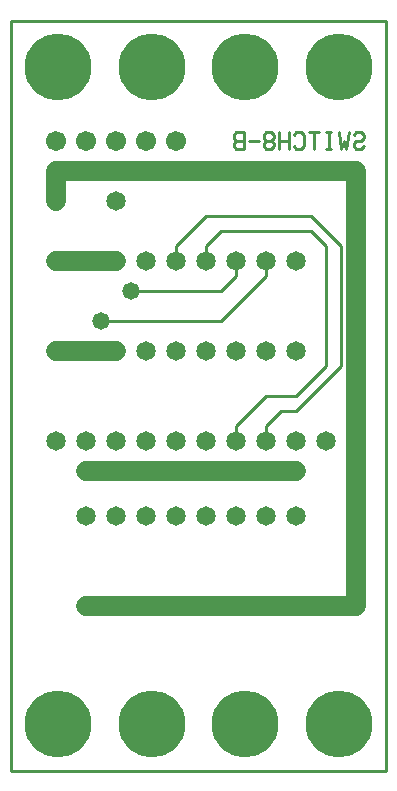
<source format=gbl>
%MOIN*%
%FSLAX25Y25*%
G04 D10 used for Character Trace; *
G04     Circle (OD=.01000) (No hole)*
G04 D11 used for Power Trace; *
G04     Circle (OD=.06700) (No hole)*
G04 D12 used for Signal Trace; *
G04     Circle (OD=.01100) (No hole)*
G04 D13 used for Via; *
G04     Circle (OD=.05800) (Round. Hole ID=.02800)*
G04 D14 used for Component hole; *
G04     Circle (OD=.06500) (Round. Hole ID=.03500)*
G04 D15 used for Component hole; *
G04     Circle (OD=.06700) (Round. Hole ID=.04300)*
G04 D16 used for Component hole; *
G04     Circle (OD=.08100) (Round. Hole ID=.05100)*
G04 D17 used for Component hole; *
G04     Circle (OD=.08900) (Round. Hole ID=.05900)*
G04 D18 used for Component hole; *
G04     Circle (OD=.11300) (Round. Hole ID=.08300)*
G04 D19 used for Component hole; *
G04     Circle (OD=.16000) (Round. Hole ID=.13000)*
G04 D20 used for Component hole; *
G04     Circle (OD=.18300) (Round. Hole ID=.15300)*
G04 D21 used for Component hole; *
G04     Circle (OD=.22291) (Round. Hole ID=.19291)*
%ADD10C,.01000*%
%ADD11C,.06700*%
%ADD12C,.01100*%
%ADD13C,.05800*%
%ADD14C,.06500*%
%ADD15C,.06700*%
%ADD16C,.08100*%
%ADD17C,.08900*%
%ADD18C,.11300*%
%ADD19C,.16000*%
%ADD20C,.18300*%
%ADD21C,.22291*%
%IPPOS*%
%LPD*%
G90*X0Y0D02*D21*X15625Y15625D03*X46875D03*D14*    
X55000Y55000D03*D11*X45000D01*D14*D03*D11*        
X35000D01*D14*D03*D11*X25000D01*D14*D03*          
X55000Y85000D03*X45000D03*X35000D03*D11*          
X55000Y55000D02*X65000D01*D14*D03*D11*X75000D01*  
D14*D03*D11*X85000D01*D14*D03*D11*X95000D01*D14*  
D03*D11*X115000D01*Y200000D01*X15000D01*          
Y190000D01*D14*D03*X35000Y170000D03*D11*X15000D01*
D13*D03*D14*X35000Y190000D03*D13*X30000Y150000D03*
D12*X70000D01*X85000Y165000D01*Y170000D01*D14*D03*
X95000D03*X75000D03*D12*Y165000D01*               
X70000Y160000D01*X40000D01*D13*D03*D14*           
X45000Y170000D03*D12*X55000D02*Y175000D01*D14*    
Y170000D03*D12*Y175000D02*X65000Y185000D01*       
X100000D01*X110000Y175000D01*Y135000D01*          
X95000Y120000D01*X90000D01*X85000Y115000D01*      
Y110000D01*D14*D03*X95000Y100000D03*D11*X85000D01*
D14*D03*D11*X75000D01*D14*D03*D11*X65000D01*D14*  
D03*D11*X55000D01*D14*D03*D11*X45000D01*D14*D03*  
D11*X35000D01*D14*D03*D11*X25000D01*D14*D03*      
X35000Y110000D03*X15000D03*X25000D03*Y85000D03*   
X45000Y110000D03*X55000D03*X65000Y140000D03*      
X55000D03*X45000D03*X65000Y85000D03*              
X35000Y140000D03*D11*X15000D01*D13*D03*D14*       
X65000Y110000D03*Y170000D03*D12*Y175000D01*       
X70000Y180000D01*X100000D01*X105000Y175000D01*    
Y135000D01*X95000Y125000D01*X85000D01*            
X75000Y115000D01*Y110000D01*D14*D03*X95000D03*    
X75000Y85000D03*X85000D03*X95000D03*Y140000D03*   
X85000D03*X105000Y110000D03*X75000Y140000D03*D21* 
X78125Y15625D03*X109375D03*D10*X114163Y211914D02* 
X115000Y212871D01*X116674D01*X117511Y211914D01*   
Y210957D01*X116674Y210000D01*X115000D01*          
X114163Y209043D01*Y208086D01*X115000Y207129D01*   
X116674D01*X117511Y208086D01*X112511Y212871D02*   
X111674Y207129D01*X110837Y210000D01*              
X110000Y207129D01*X109163Y212871D01*              
X105837Y207129D02*Y212871D01*X106674Y207129D02*   
X105000D01*X106674Y212871D02*X105000D01*          
X100837Y207129D02*Y212871D01*X102511D02*X99163D01*
X94163Y208086D02*X95000Y207129D01*X96674D01*      
X97511Y208086D01*Y211914D01*X96674Y212871D01*     
X95000D01*X94163Y211914D01*X92511Y207129D02*      
Y212871D01*X89163Y207129D02*Y212871D01*           
X92511Y210000D02*X89163D01*X86674D02*             
X87511Y210957D01*Y211914D01*X86674Y212871D01*     
X85000D01*X84163Y211914D01*Y210957D01*            
X85000Y210000D01*X86674D01*X87511Y209043D01*      
Y208086D01*X86674Y207129D01*X85000D01*            
X84163Y208086D01*Y209043D01*X85000Y210000D01*     
X82511D02*X79163D01*X77511Y207129D02*Y212871D01*  
X75000D01*X74163Y211914D01*Y210957D01*            
X75000Y210000D01*X74163Y209043D01*Y208086D01*     
X75000Y207129D01*X77511D01*Y210000D02*X75000D01*  
D15*X55000D03*X45000D03*X35000D03*X25000D03*      
X15000D03*D12*X0Y0D02*X125000D01*Y250000D01*X0D01*
Y0D01*D21*X109375Y234375D03*X78125D03*X46875D03*  
X15625D03*M02*                                    

</source>
